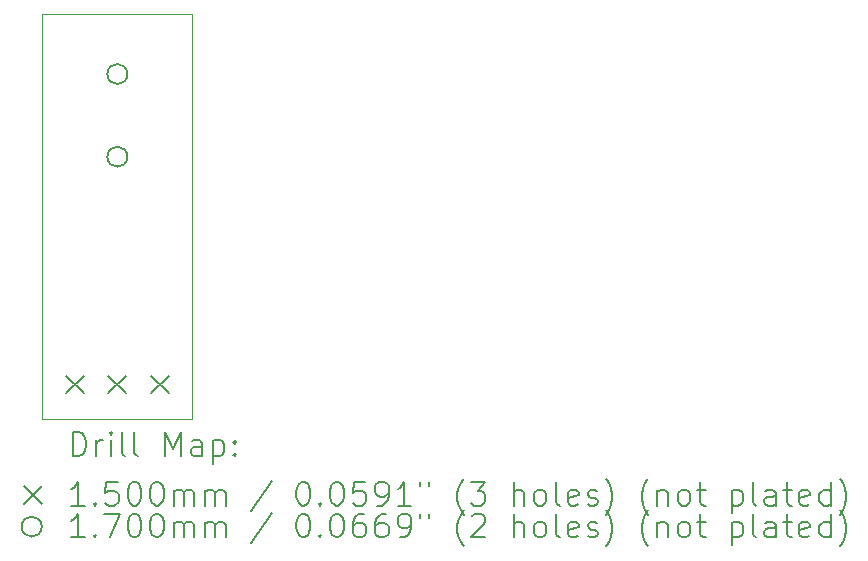
<source format=gbr>
%TF.GenerationSoftware,KiCad,Pcbnew,7.0.9*%
%TF.CreationDate,2023-12-20T10:12:58+01:00*%
%TF.ProjectId,DeHisser4IEM,44654869-7373-4657-9234-49454d2e6b69,rev?*%
%TF.SameCoordinates,PX77e7cd0PY40311b0*%
%TF.FileFunction,Drillmap*%
%TF.FilePolarity,Positive*%
%FSLAX45Y45*%
G04 Gerber Fmt 4.5, Leading zero omitted, Abs format (unit mm)*
G04 Created by KiCad (PCBNEW 7.0.9) date 2023-12-20 10:12:58*
%MOMM*%
%LPD*%
G01*
G04 APERTURE LIST*
%ADD10C,0.100000*%
%ADD11C,0.200000*%
%ADD12C,0.150000*%
%ADD13C,0.170000*%
G04 APERTURE END LIST*
D10*
X1270000Y0D02*
X0Y0D01*
X0Y3429000D01*
X1270000Y3429000D01*
X1270000Y0D01*
D11*
D12*
X200000Y364000D02*
X350000Y214000D01*
X350000Y364000D02*
X200000Y214000D01*
X560000Y364000D02*
X710000Y214000D01*
X710000Y364000D02*
X560000Y214000D01*
X920000Y364000D02*
X1070000Y214000D01*
X1070000Y364000D02*
X920000Y214000D01*
D13*
X720000Y2917000D02*
G75*
G03*
X720000Y2917000I-85000J0D01*
G01*
X720000Y2217000D02*
G75*
G03*
X720000Y2217000I-85000J0D01*
G01*
D11*
X255777Y-316484D02*
X255777Y-116484D01*
X255777Y-116484D02*
X303396Y-116484D01*
X303396Y-116484D02*
X331967Y-126008D01*
X331967Y-126008D02*
X351015Y-145055D01*
X351015Y-145055D02*
X360539Y-164103D01*
X360539Y-164103D02*
X370062Y-202198D01*
X370062Y-202198D02*
X370062Y-230769D01*
X370062Y-230769D02*
X360539Y-268865D01*
X360539Y-268865D02*
X351015Y-287912D01*
X351015Y-287912D02*
X331967Y-306960D01*
X331967Y-306960D02*
X303396Y-316484D01*
X303396Y-316484D02*
X255777Y-316484D01*
X455777Y-316484D02*
X455777Y-183150D01*
X455777Y-221246D02*
X465301Y-202198D01*
X465301Y-202198D02*
X474824Y-192674D01*
X474824Y-192674D02*
X493872Y-183150D01*
X493872Y-183150D02*
X512920Y-183150D01*
X579586Y-316484D02*
X579586Y-183150D01*
X579586Y-116484D02*
X570063Y-126008D01*
X570063Y-126008D02*
X579586Y-135531D01*
X579586Y-135531D02*
X589110Y-126008D01*
X589110Y-126008D02*
X579586Y-116484D01*
X579586Y-116484D02*
X579586Y-135531D01*
X703396Y-316484D02*
X684348Y-306960D01*
X684348Y-306960D02*
X674824Y-287912D01*
X674824Y-287912D02*
X674824Y-116484D01*
X808158Y-316484D02*
X789110Y-306960D01*
X789110Y-306960D02*
X779586Y-287912D01*
X779586Y-287912D02*
X779586Y-116484D01*
X1036729Y-316484D02*
X1036729Y-116484D01*
X1036729Y-116484D02*
X1103396Y-259341D01*
X1103396Y-259341D02*
X1170063Y-116484D01*
X1170063Y-116484D02*
X1170063Y-316484D01*
X1351015Y-316484D02*
X1351015Y-211722D01*
X1351015Y-211722D02*
X1341491Y-192674D01*
X1341491Y-192674D02*
X1322444Y-183150D01*
X1322444Y-183150D02*
X1284348Y-183150D01*
X1284348Y-183150D02*
X1265301Y-192674D01*
X1351015Y-306960D02*
X1331967Y-316484D01*
X1331967Y-316484D02*
X1284348Y-316484D01*
X1284348Y-316484D02*
X1265301Y-306960D01*
X1265301Y-306960D02*
X1255777Y-287912D01*
X1255777Y-287912D02*
X1255777Y-268865D01*
X1255777Y-268865D02*
X1265301Y-249817D01*
X1265301Y-249817D02*
X1284348Y-240293D01*
X1284348Y-240293D02*
X1331967Y-240293D01*
X1331967Y-240293D02*
X1351015Y-230769D01*
X1446253Y-183150D02*
X1446253Y-383150D01*
X1446253Y-192674D02*
X1465301Y-183150D01*
X1465301Y-183150D02*
X1503396Y-183150D01*
X1503396Y-183150D02*
X1522443Y-192674D01*
X1522443Y-192674D02*
X1531967Y-202198D01*
X1531967Y-202198D02*
X1541491Y-221246D01*
X1541491Y-221246D02*
X1541491Y-278389D01*
X1541491Y-278389D02*
X1531967Y-297436D01*
X1531967Y-297436D02*
X1522443Y-306960D01*
X1522443Y-306960D02*
X1503396Y-316484D01*
X1503396Y-316484D02*
X1465301Y-316484D01*
X1465301Y-316484D02*
X1446253Y-306960D01*
X1627205Y-297436D02*
X1636729Y-306960D01*
X1636729Y-306960D02*
X1627205Y-316484D01*
X1627205Y-316484D02*
X1617682Y-306960D01*
X1617682Y-306960D02*
X1627205Y-297436D01*
X1627205Y-297436D02*
X1627205Y-316484D01*
X1627205Y-192674D02*
X1636729Y-202198D01*
X1636729Y-202198D02*
X1627205Y-211722D01*
X1627205Y-211722D02*
X1617682Y-202198D01*
X1617682Y-202198D02*
X1627205Y-192674D01*
X1627205Y-192674D02*
X1627205Y-211722D01*
D12*
X-155000Y-570000D02*
X-5000Y-720000D01*
X-5000Y-570000D02*
X-155000Y-720000D01*
D11*
X360539Y-736484D02*
X246253Y-736484D01*
X303396Y-736484D02*
X303396Y-536484D01*
X303396Y-536484D02*
X284348Y-565055D01*
X284348Y-565055D02*
X265301Y-584103D01*
X265301Y-584103D02*
X246253Y-593627D01*
X446253Y-717436D02*
X455777Y-726960D01*
X455777Y-726960D02*
X446253Y-736484D01*
X446253Y-736484D02*
X436729Y-726960D01*
X436729Y-726960D02*
X446253Y-717436D01*
X446253Y-717436D02*
X446253Y-736484D01*
X636729Y-536484D02*
X541491Y-536484D01*
X541491Y-536484D02*
X531967Y-631722D01*
X531967Y-631722D02*
X541491Y-622198D01*
X541491Y-622198D02*
X560539Y-612674D01*
X560539Y-612674D02*
X608158Y-612674D01*
X608158Y-612674D02*
X627205Y-622198D01*
X627205Y-622198D02*
X636729Y-631722D01*
X636729Y-631722D02*
X646253Y-650770D01*
X646253Y-650770D02*
X646253Y-698389D01*
X646253Y-698389D02*
X636729Y-717436D01*
X636729Y-717436D02*
X627205Y-726960D01*
X627205Y-726960D02*
X608158Y-736484D01*
X608158Y-736484D02*
X560539Y-736484D01*
X560539Y-736484D02*
X541491Y-726960D01*
X541491Y-726960D02*
X531967Y-717436D01*
X770062Y-536484D02*
X789110Y-536484D01*
X789110Y-536484D02*
X808158Y-546008D01*
X808158Y-546008D02*
X817682Y-555531D01*
X817682Y-555531D02*
X827205Y-574579D01*
X827205Y-574579D02*
X836729Y-612674D01*
X836729Y-612674D02*
X836729Y-660293D01*
X836729Y-660293D02*
X827205Y-698389D01*
X827205Y-698389D02*
X817682Y-717436D01*
X817682Y-717436D02*
X808158Y-726960D01*
X808158Y-726960D02*
X789110Y-736484D01*
X789110Y-736484D02*
X770062Y-736484D01*
X770062Y-736484D02*
X751015Y-726960D01*
X751015Y-726960D02*
X741491Y-717436D01*
X741491Y-717436D02*
X731967Y-698389D01*
X731967Y-698389D02*
X722443Y-660293D01*
X722443Y-660293D02*
X722443Y-612674D01*
X722443Y-612674D02*
X731967Y-574579D01*
X731967Y-574579D02*
X741491Y-555531D01*
X741491Y-555531D02*
X751015Y-546008D01*
X751015Y-546008D02*
X770062Y-536484D01*
X960539Y-536484D02*
X979586Y-536484D01*
X979586Y-536484D02*
X998634Y-546008D01*
X998634Y-546008D02*
X1008158Y-555531D01*
X1008158Y-555531D02*
X1017682Y-574579D01*
X1017682Y-574579D02*
X1027205Y-612674D01*
X1027205Y-612674D02*
X1027205Y-660293D01*
X1027205Y-660293D02*
X1017682Y-698389D01*
X1017682Y-698389D02*
X1008158Y-717436D01*
X1008158Y-717436D02*
X998634Y-726960D01*
X998634Y-726960D02*
X979586Y-736484D01*
X979586Y-736484D02*
X960539Y-736484D01*
X960539Y-736484D02*
X941491Y-726960D01*
X941491Y-726960D02*
X931967Y-717436D01*
X931967Y-717436D02*
X922443Y-698389D01*
X922443Y-698389D02*
X912920Y-660293D01*
X912920Y-660293D02*
X912920Y-612674D01*
X912920Y-612674D02*
X922443Y-574579D01*
X922443Y-574579D02*
X931967Y-555531D01*
X931967Y-555531D02*
X941491Y-546008D01*
X941491Y-546008D02*
X960539Y-536484D01*
X1112920Y-736484D02*
X1112920Y-603150D01*
X1112920Y-622198D02*
X1122444Y-612674D01*
X1122444Y-612674D02*
X1141491Y-603150D01*
X1141491Y-603150D02*
X1170063Y-603150D01*
X1170063Y-603150D02*
X1189110Y-612674D01*
X1189110Y-612674D02*
X1198634Y-631722D01*
X1198634Y-631722D02*
X1198634Y-736484D01*
X1198634Y-631722D02*
X1208158Y-612674D01*
X1208158Y-612674D02*
X1227205Y-603150D01*
X1227205Y-603150D02*
X1255777Y-603150D01*
X1255777Y-603150D02*
X1274825Y-612674D01*
X1274825Y-612674D02*
X1284348Y-631722D01*
X1284348Y-631722D02*
X1284348Y-736484D01*
X1379586Y-736484D02*
X1379586Y-603150D01*
X1379586Y-622198D02*
X1389110Y-612674D01*
X1389110Y-612674D02*
X1408158Y-603150D01*
X1408158Y-603150D02*
X1436729Y-603150D01*
X1436729Y-603150D02*
X1455777Y-612674D01*
X1455777Y-612674D02*
X1465301Y-631722D01*
X1465301Y-631722D02*
X1465301Y-736484D01*
X1465301Y-631722D02*
X1474824Y-612674D01*
X1474824Y-612674D02*
X1493872Y-603150D01*
X1493872Y-603150D02*
X1522443Y-603150D01*
X1522443Y-603150D02*
X1541491Y-612674D01*
X1541491Y-612674D02*
X1551015Y-631722D01*
X1551015Y-631722D02*
X1551015Y-736484D01*
X1941491Y-526960D02*
X1770063Y-784103D01*
X2198634Y-536484D02*
X2217682Y-536484D01*
X2217682Y-536484D02*
X2236729Y-546008D01*
X2236729Y-546008D02*
X2246253Y-555531D01*
X2246253Y-555531D02*
X2255777Y-574579D01*
X2255777Y-574579D02*
X2265301Y-612674D01*
X2265301Y-612674D02*
X2265301Y-660293D01*
X2265301Y-660293D02*
X2255777Y-698389D01*
X2255777Y-698389D02*
X2246253Y-717436D01*
X2246253Y-717436D02*
X2236729Y-726960D01*
X2236729Y-726960D02*
X2217682Y-736484D01*
X2217682Y-736484D02*
X2198634Y-736484D01*
X2198634Y-736484D02*
X2179587Y-726960D01*
X2179587Y-726960D02*
X2170063Y-717436D01*
X2170063Y-717436D02*
X2160539Y-698389D01*
X2160539Y-698389D02*
X2151015Y-660293D01*
X2151015Y-660293D02*
X2151015Y-612674D01*
X2151015Y-612674D02*
X2160539Y-574579D01*
X2160539Y-574579D02*
X2170063Y-555531D01*
X2170063Y-555531D02*
X2179587Y-546008D01*
X2179587Y-546008D02*
X2198634Y-536484D01*
X2351015Y-717436D02*
X2360539Y-726960D01*
X2360539Y-726960D02*
X2351015Y-736484D01*
X2351015Y-736484D02*
X2341491Y-726960D01*
X2341491Y-726960D02*
X2351015Y-717436D01*
X2351015Y-717436D02*
X2351015Y-736484D01*
X2484348Y-536484D02*
X2503396Y-536484D01*
X2503396Y-536484D02*
X2522444Y-546008D01*
X2522444Y-546008D02*
X2531968Y-555531D01*
X2531968Y-555531D02*
X2541491Y-574579D01*
X2541491Y-574579D02*
X2551015Y-612674D01*
X2551015Y-612674D02*
X2551015Y-660293D01*
X2551015Y-660293D02*
X2541491Y-698389D01*
X2541491Y-698389D02*
X2531968Y-717436D01*
X2531968Y-717436D02*
X2522444Y-726960D01*
X2522444Y-726960D02*
X2503396Y-736484D01*
X2503396Y-736484D02*
X2484348Y-736484D01*
X2484348Y-736484D02*
X2465301Y-726960D01*
X2465301Y-726960D02*
X2455777Y-717436D01*
X2455777Y-717436D02*
X2446253Y-698389D01*
X2446253Y-698389D02*
X2436729Y-660293D01*
X2436729Y-660293D02*
X2436729Y-612674D01*
X2436729Y-612674D02*
X2446253Y-574579D01*
X2446253Y-574579D02*
X2455777Y-555531D01*
X2455777Y-555531D02*
X2465301Y-546008D01*
X2465301Y-546008D02*
X2484348Y-536484D01*
X2731968Y-536484D02*
X2636729Y-536484D01*
X2636729Y-536484D02*
X2627206Y-631722D01*
X2627206Y-631722D02*
X2636729Y-622198D01*
X2636729Y-622198D02*
X2655777Y-612674D01*
X2655777Y-612674D02*
X2703396Y-612674D01*
X2703396Y-612674D02*
X2722444Y-622198D01*
X2722444Y-622198D02*
X2731968Y-631722D01*
X2731968Y-631722D02*
X2741491Y-650770D01*
X2741491Y-650770D02*
X2741491Y-698389D01*
X2741491Y-698389D02*
X2731968Y-717436D01*
X2731968Y-717436D02*
X2722444Y-726960D01*
X2722444Y-726960D02*
X2703396Y-736484D01*
X2703396Y-736484D02*
X2655777Y-736484D01*
X2655777Y-736484D02*
X2636729Y-726960D01*
X2636729Y-726960D02*
X2627206Y-717436D01*
X2836729Y-736484D02*
X2874825Y-736484D01*
X2874825Y-736484D02*
X2893872Y-726960D01*
X2893872Y-726960D02*
X2903396Y-717436D01*
X2903396Y-717436D02*
X2922444Y-688865D01*
X2922444Y-688865D02*
X2931967Y-650770D01*
X2931967Y-650770D02*
X2931967Y-574579D01*
X2931967Y-574579D02*
X2922444Y-555531D01*
X2922444Y-555531D02*
X2912920Y-546008D01*
X2912920Y-546008D02*
X2893872Y-536484D01*
X2893872Y-536484D02*
X2855777Y-536484D01*
X2855777Y-536484D02*
X2836729Y-546008D01*
X2836729Y-546008D02*
X2827206Y-555531D01*
X2827206Y-555531D02*
X2817682Y-574579D01*
X2817682Y-574579D02*
X2817682Y-622198D01*
X2817682Y-622198D02*
X2827206Y-641246D01*
X2827206Y-641246D02*
X2836729Y-650770D01*
X2836729Y-650770D02*
X2855777Y-660293D01*
X2855777Y-660293D02*
X2893872Y-660293D01*
X2893872Y-660293D02*
X2912920Y-650770D01*
X2912920Y-650770D02*
X2922444Y-641246D01*
X2922444Y-641246D02*
X2931967Y-622198D01*
X3122444Y-736484D02*
X3008158Y-736484D01*
X3065301Y-736484D02*
X3065301Y-536484D01*
X3065301Y-536484D02*
X3046253Y-565055D01*
X3046253Y-565055D02*
X3027206Y-584103D01*
X3027206Y-584103D02*
X3008158Y-593627D01*
X3198634Y-536484D02*
X3198634Y-574579D01*
X3274825Y-536484D02*
X3274825Y-574579D01*
X3570063Y-812674D02*
X3560539Y-803150D01*
X3560539Y-803150D02*
X3541491Y-774579D01*
X3541491Y-774579D02*
X3531968Y-755531D01*
X3531968Y-755531D02*
X3522444Y-726960D01*
X3522444Y-726960D02*
X3512920Y-679341D01*
X3512920Y-679341D02*
X3512920Y-641246D01*
X3512920Y-641246D02*
X3522444Y-593627D01*
X3522444Y-593627D02*
X3531968Y-565055D01*
X3531968Y-565055D02*
X3541491Y-546008D01*
X3541491Y-546008D02*
X3560539Y-517436D01*
X3560539Y-517436D02*
X3570063Y-507912D01*
X3627206Y-536484D02*
X3751015Y-536484D01*
X3751015Y-536484D02*
X3684348Y-612674D01*
X3684348Y-612674D02*
X3712920Y-612674D01*
X3712920Y-612674D02*
X3731968Y-622198D01*
X3731968Y-622198D02*
X3741491Y-631722D01*
X3741491Y-631722D02*
X3751015Y-650770D01*
X3751015Y-650770D02*
X3751015Y-698389D01*
X3751015Y-698389D02*
X3741491Y-717436D01*
X3741491Y-717436D02*
X3731968Y-726960D01*
X3731968Y-726960D02*
X3712920Y-736484D01*
X3712920Y-736484D02*
X3655777Y-736484D01*
X3655777Y-736484D02*
X3636729Y-726960D01*
X3636729Y-726960D02*
X3627206Y-717436D01*
X3989110Y-736484D02*
X3989110Y-536484D01*
X4074825Y-736484D02*
X4074825Y-631722D01*
X4074825Y-631722D02*
X4065301Y-612674D01*
X4065301Y-612674D02*
X4046253Y-603150D01*
X4046253Y-603150D02*
X4017682Y-603150D01*
X4017682Y-603150D02*
X3998634Y-612674D01*
X3998634Y-612674D02*
X3989110Y-622198D01*
X4198634Y-736484D02*
X4179587Y-726960D01*
X4179587Y-726960D02*
X4170063Y-717436D01*
X4170063Y-717436D02*
X4160539Y-698389D01*
X4160539Y-698389D02*
X4160539Y-641246D01*
X4160539Y-641246D02*
X4170063Y-622198D01*
X4170063Y-622198D02*
X4179587Y-612674D01*
X4179587Y-612674D02*
X4198634Y-603150D01*
X4198634Y-603150D02*
X4227206Y-603150D01*
X4227206Y-603150D02*
X4246253Y-612674D01*
X4246253Y-612674D02*
X4255777Y-622198D01*
X4255777Y-622198D02*
X4265301Y-641246D01*
X4265301Y-641246D02*
X4265301Y-698389D01*
X4265301Y-698389D02*
X4255777Y-717436D01*
X4255777Y-717436D02*
X4246253Y-726960D01*
X4246253Y-726960D02*
X4227206Y-736484D01*
X4227206Y-736484D02*
X4198634Y-736484D01*
X4379587Y-736484D02*
X4360539Y-726960D01*
X4360539Y-726960D02*
X4351015Y-707912D01*
X4351015Y-707912D02*
X4351015Y-536484D01*
X4531968Y-726960D02*
X4512920Y-736484D01*
X4512920Y-736484D02*
X4474825Y-736484D01*
X4474825Y-736484D02*
X4455777Y-726960D01*
X4455777Y-726960D02*
X4446253Y-707912D01*
X4446253Y-707912D02*
X4446253Y-631722D01*
X4446253Y-631722D02*
X4455777Y-612674D01*
X4455777Y-612674D02*
X4474825Y-603150D01*
X4474825Y-603150D02*
X4512920Y-603150D01*
X4512920Y-603150D02*
X4531968Y-612674D01*
X4531968Y-612674D02*
X4541492Y-631722D01*
X4541492Y-631722D02*
X4541492Y-650770D01*
X4541492Y-650770D02*
X4446253Y-669817D01*
X4617682Y-726960D02*
X4636730Y-736484D01*
X4636730Y-736484D02*
X4674825Y-736484D01*
X4674825Y-736484D02*
X4693873Y-726960D01*
X4693873Y-726960D02*
X4703396Y-707912D01*
X4703396Y-707912D02*
X4703396Y-698389D01*
X4703396Y-698389D02*
X4693873Y-679341D01*
X4693873Y-679341D02*
X4674825Y-669817D01*
X4674825Y-669817D02*
X4646253Y-669817D01*
X4646253Y-669817D02*
X4627206Y-660293D01*
X4627206Y-660293D02*
X4617682Y-641246D01*
X4617682Y-641246D02*
X4617682Y-631722D01*
X4617682Y-631722D02*
X4627206Y-612674D01*
X4627206Y-612674D02*
X4646253Y-603150D01*
X4646253Y-603150D02*
X4674825Y-603150D01*
X4674825Y-603150D02*
X4693873Y-612674D01*
X4770063Y-812674D02*
X4779587Y-803150D01*
X4779587Y-803150D02*
X4798634Y-774579D01*
X4798634Y-774579D02*
X4808158Y-755531D01*
X4808158Y-755531D02*
X4817682Y-726960D01*
X4817682Y-726960D02*
X4827206Y-679341D01*
X4827206Y-679341D02*
X4827206Y-641246D01*
X4827206Y-641246D02*
X4817682Y-593627D01*
X4817682Y-593627D02*
X4808158Y-565055D01*
X4808158Y-565055D02*
X4798634Y-546008D01*
X4798634Y-546008D02*
X4779587Y-517436D01*
X4779587Y-517436D02*
X4770063Y-507912D01*
X5131968Y-812674D02*
X5122444Y-803150D01*
X5122444Y-803150D02*
X5103396Y-774579D01*
X5103396Y-774579D02*
X5093873Y-755531D01*
X5093873Y-755531D02*
X5084349Y-726960D01*
X5084349Y-726960D02*
X5074825Y-679341D01*
X5074825Y-679341D02*
X5074825Y-641246D01*
X5074825Y-641246D02*
X5084349Y-593627D01*
X5084349Y-593627D02*
X5093873Y-565055D01*
X5093873Y-565055D02*
X5103396Y-546008D01*
X5103396Y-546008D02*
X5122444Y-517436D01*
X5122444Y-517436D02*
X5131968Y-507912D01*
X5208158Y-603150D02*
X5208158Y-736484D01*
X5208158Y-622198D02*
X5217682Y-612674D01*
X5217682Y-612674D02*
X5236730Y-603150D01*
X5236730Y-603150D02*
X5265301Y-603150D01*
X5265301Y-603150D02*
X5284349Y-612674D01*
X5284349Y-612674D02*
X5293873Y-631722D01*
X5293873Y-631722D02*
X5293873Y-736484D01*
X5417682Y-736484D02*
X5398634Y-726960D01*
X5398634Y-726960D02*
X5389111Y-717436D01*
X5389111Y-717436D02*
X5379587Y-698389D01*
X5379587Y-698389D02*
X5379587Y-641246D01*
X5379587Y-641246D02*
X5389111Y-622198D01*
X5389111Y-622198D02*
X5398634Y-612674D01*
X5398634Y-612674D02*
X5417682Y-603150D01*
X5417682Y-603150D02*
X5446254Y-603150D01*
X5446254Y-603150D02*
X5465301Y-612674D01*
X5465301Y-612674D02*
X5474825Y-622198D01*
X5474825Y-622198D02*
X5484349Y-641246D01*
X5484349Y-641246D02*
X5484349Y-698389D01*
X5484349Y-698389D02*
X5474825Y-717436D01*
X5474825Y-717436D02*
X5465301Y-726960D01*
X5465301Y-726960D02*
X5446254Y-736484D01*
X5446254Y-736484D02*
X5417682Y-736484D01*
X5541492Y-603150D02*
X5617682Y-603150D01*
X5570063Y-536484D02*
X5570063Y-707912D01*
X5570063Y-707912D02*
X5579587Y-726960D01*
X5579587Y-726960D02*
X5598634Y-736484D01*
X5598634Y-736484D02*
X5617682Y-736484D01*
X5836730Y-603150D02*
X5836730Y-803150D01*
X5836730Y-612674D02*
X5855777Y-603150D01*
X5855777Y-603150D02*
X5893873Y-603150D01*
X5893873Y-603150D02*
X5912920Y-612674D01*
X5912920Y-612674D02*
X5922444Y-622198D01*
X5922444Y-622198D02*
X5931968Y-641246D01*
X5931968Y-641246D02*
X5931968Y-698389D01*
X5931968Y-698389D02*
X5922444Y-717436D01*
X5922444Y-717436D02*
X5912920Y-726960D01*
X5912920Y-726960D02*
X5893873Y-736484D01*
X5893873Y-736484D02*
X5855777Y-736484D01*
X5855777Y-736484D02*
X5836730Y-726960D01*
X6046253Y-736484D02*
X6027206Y-726960D01*
X6027206Y-726960D02*
X6017682Y-707912D01*
X6017682Y-707912D02*
X6017682Y-536484D01*
X6208158Y-736484D02*
X6208158Y-631722D01*
X6208158Y-631722D02*
X6198634Y-612674D01*
X6198634Y-612674D02*
X6179587Y-603150D01*
X6179587Y-603150D02*
X6141492Y-603150D01*
X6141492Y-603150D02*
X6122444Y-612674D01*
X6208158Y-726960D02*
X6189111Y-736484D01*
X6189111Y-736484D02*
X6141492Y-736484D01*
X6141492Y-736484D02*
X6122444Y-726960D01*
X6122444Y-726960D02*
X6112920Y-707912D01*
X6112920Y-707912D02*
X6112920Y-688865D01*
X6112920Y-688865D02*
X6122444Y-669817D01*
X6122444Y-669817D02*
X6141492Y-660293D01*
X6141492Y-660293D02*
X6189111Y-660293D01*
X6189111Y-660293D02*
X6208158Y-650770D01*
X6274825Y-603150D02*
X6351015Y-603150D01*
X6303396Y-536484D02*
X6303396Y-707912D01*
X6303396Y-707912D02*
X6312920Y-726960D01*
X6312920Y-726960D02*
X6331968Y-736484D01*
X6331968Y-736484D02*
X6351015Y-736484D01*
X6493873Y-726960D02*
X6474825Y-736484D01*
X6474825Y-736484D02*
X6436730Y-736484D01*
X6436730Y-736484D02*
X6417682Y-726960D01*
X6417682Y-726960D02*
X6408158Y-707912D01*
X6408158Y-707912D02*
X6408158Y-631722D01*
X6408158Y-631722D02*
X6417682Y-612674D01*
X6417682Y-612674D02*
X6436730Y-603150D01*
X6436730Y-603150D02*
X6474825Y-603150D01*
X6474825Y-603150D02*
X6493873Y-612674D01*
X6493873Y-612674D02*
X6503396Y-631722D01*
X6503396Y-631722D02*
X6503396Y-650770D01*
X6503396Y-650770D02*
X6408158Y-669817D01*
X6674825Y-736484D02*
X6674825Y-536484D01*
X6674825Y-726960D02*
X6655777Y-736484D01*
X6655777Y-736484D02*
X6617682Y-736484D01*
X6617682Y-736484D02*
X6598634Y-726960D01*
X6598634Y-726960D02*
X6589111Y-717436D01*
X6589111Y-717436D02*
X6579587Y-698389D01*
X6579587Y-698389D02*
X6579587Y-641246D01*
X6579587Y-641246D02*
X6589111Y-622198D01*
X6589111Y-622198D02*
X6598634Y-612674D01*
X6598634Y-612674D02*
X6617682Y-603150D01*
X6617682Y-603150D02*
X6655777Y-603150D01*
X6655777Y-603150D02*
X6674825Y-612674D01*
X6751015Y-812674D02*
X6760539Y-803150D01*
X6760539Y-803150D02*
X6779587Y-774579D01*
X6779587Y-774579D02*
X6789111Y-755531D01*
X6789111Y-755531D02*
X6798634Y-726960D01*
X6798634Y-726960D02*
X6808158Y-679341D01*
X6808158Y-679341D02*
X6808158Y-641246D01*
X6808158Y-641246D02*
X6798634Y-593627D01*
X6798634Y-593627D02*
X6789111Y-565055D01*
X6789111Y-565055D02*
X6779587Y-546008D01*
X6779587Y-546008D02*
X6760539Y-517436D01*
X6760539Y-517436D02*
X6751015Y-507912D01*
D13*
X-5000Y-915000D02*
G75*
G03*
X-5000Y-915000I-85000J0D01*
G01*
D11*
X360539Y-1006484D02*
X246253Y-1006484D01*
X303396Y-1006484D02*
X303396Y-806484D01*
X303396Y-806484D02*
X284348Y-835055D01*
X284348Y-835055D02*
X265301Y-854103D01*
X265301Y-854103D02*
X246253Y-863627D01*
X446253Y-987436D02*
X455777Y-996960D01*
X455777Y-996960D02*
X446253Y-1006484D01*
X446253Y-1006484D02*
X436729Y-996960D01*
X436729Y-996960D02*
X446253Y-987436D01*
X446253Y-987436D02*
X446253Y-1006484D01*
X522443Y-806484D02*
X655777Y-806484D01*
X655777Y-806484D02*
X570063Y-1006484D01*
X770062Y-806484D02*
X789110Y-806484D01*
X789110Y-806484D02*
X808158Y-816008D01*
X808158Y-816008D02*
X817682Y-825531D01*
X817682Y-825531D02*
X827205Y-844579D01*
X827205Y-844579D02*
X836729Y-882674D01*
X836729Y-882674D02*
X836729Y-930293D01*
X836729Y-930293D02*
X827205Y-968388D01*
X827205Y-968388D02*
X817682Y-987436D01*
X817682Y-987436D02*
X808158Y-996960D01*
X808158Y-996960D02*
X789110Y-1006484D01*
X789110Y-1006484D02*
X770062Y-1006484D01*
X770062Y-1006484D02*
X751015Y-996960D01*
X751015Y-996960D02*
X741491Y-987436D01*
X741491Y-987436D02*
X731967Y-968388D01*
X731967Y-968388D02*
X722443Y-930293D01*
X722443Y-930293D02*
X722443Y-882674D01*
X722443Y-882674D02*
X731967Y-844579D01*
X731967Y-844579D02*
X741491Y-825531D01*
X741491Y-825531D02*
X751015Y-816008D01*
X751015Y-816008D02*
X770062Y-806484D01*
X960539Y-806484D02*
X979586Y-806484D01*
X979586Y-806484D02*
X998634Y-816008D01*
X998634Y-816008D02*
X1008158Y-825531D01*
X1008158Y-825531D02*
X1017682Y-844579D01*
X1017682Y-844579D02*
X1027205Y-882674D01*
X1027205Y-882674D02*
X1027205Y-930293D01*
X1027205Y-930293D02*
X1017682Y-968388D01*
X1017682Y-968388D02*
X1008158Y-987436D01*
X1008158Y-987436D02*
X998634Y-996960D01*
X998634Y-996960D02*
X979586Y-1006484D01*
X979586Y-1006484D02*
X960539Y-1006484D01*
X960539Y-1006484D02*
X941491Y-996960D01*
X941491Y-996960D02*
X931967Y-987436D01*
X931967Y-987436D02*
X922443Y-968388D01*
X922443Y-968388D02*
X912920Y-930293D01*
X912920Y-930293D02*
X912920Y-882674D01*
X912920Y-882674D02*
X922443Y-844579D01*
X922443Y-844579D02*
X931967Y-825531D01*
X931967Y-825531D02*
X941491Y-816008D01*
X941491Y-816008D02*
X960539Y-806484D01*
X1112920Y-1006484D02*
X1112920Y-873150D01*
X1112920Y-892198D02*
X1122444Y-882674D01*
X1122444Y-882674D02*
X1141491Y-873150D01*
X1141491Y-873150D02*
X1170063Y-873150D01*
X1170063Y-873150D02*
X1189110Y-882674D01*
X1189110Y-882674D02*
X1198634Y-901722D01*
X1198634Y-901722D02*
X1198634Y-1006484D01*
X1198634Y-901722D02*
X1208158Y-882674D01*
X1208158Y-882674D02*
X1227205Y-873150D01*
X1227205Y-873150D02*
X1255777Y-873150D01*
X1255777Y-873150D02*
X1274825Y-882674D01*
X1274825Y-882674D02*
X1284348Y-901722D01*
X1284348Y-901722D02*
X1284348Y-1006484D01*
X1379586Y-1006484D02*
X1379586Y-873150D01*
X1379586Y-892198D02*
X1389110Y-882674D01*
X1389110Y-882674D02*
X1408158Y-873150D01*
X1408158Y-873150D02*
X1436729Y-873150D01*
X1436729Y-873150D02*
X1455777Y-882674D01*
X1455777Y-882674D02*
X1465301Y-901722D01*
X1465301Y-901722D02*
X1465301Y-1006484D01*
X1465301Y-901722D02*
X1474824Y-882674D01*
X1474824Y-882674D02*
X1493872Y-873150D01*
X1493872Y-873150D02*
X1522443Y-873150D01*
X1522443Y-873150D02*
X1541491Y-882674D01*
X1541491Y-882674D02*
X1551015Y-901722D01*
X1551015Y-901722D02*
X1551015Y-1006484D01*
X1941491Y-796960D02*
X1770063Y-1054103D01*
X2198634Y-806484D02*
X2217682Y-806484D01*
X2217682Y-806484D02*
X2236729Y-816008D01*
X2236729Y-816008D02*
X2246253Y-825531D01*
X2246253Y-825531D02*
X2255777Y-844579D01*
X2255777Y-844579D02*
X2265301Y-882674D01*
X2265301Y-882674D02*
X2265301Y-930293D01*
X2265301Y-930293D02*
X2255777Y-968388D01*
X2255777Y-968388D02*
X2246253Y-987436D01*
X2246253Y-987436D02*
X2236729Y-996960D01*
X2236729Y-996960D02*
X2217682Y-1006484D01*
X2217682Y-1006484D02*
X2198634Y-1006484D01*
X2198634Y-1006484D02*
X2179587Y-996960D01*
X2179587Y-996960D02*
X2170063Y-987436D01*
X2170063Y-987436D02*
X2160539Y-968388D01*
X2160539Y-968388D02*
X2151015Y-930293D01*
X2151015Y-930293D02*
X2151015Y-882674D01*
X2151015Y-882674D02*
X2160539Y-844579D01*
X2160539Y-844579D02*
X2170063Y-825531D01*
X2170063Y-825531D02*
X2179587Y-816008D01*
X2179587Y-816008D02*
X2198634Y-806484D01*
X2351015Y-987436D02*
X2360539Y-996960D01*
X2360539Y-996960D02*
X2351015Y-1006484D01*
X2351015Y-1006484D02*
X2341491Y-996960D01*
X2341491Y-996960D02*
X2351015Y-987436D01*
X2351015Y-987436D02*
X2351015Y-1006484D01*
X2484348Y-806484D02*
X2503396Y-806484D01*
X2503396Y-806484D02*
X2522444Y-816008D01*
X2522444Y-816008D02*
X2531968Y-825531D01*
X2531968Y-825531D02*
X2541491Y-844579D01*
X2541491Y-844579D02*
X2551015Y-882674D01*
X2551015Y-882674D02*
X2551015Y-930293D01*
X2551015Y-930293D02*
X2541491Y-968388D01*
X2541491Y-968388D02*
X2531968Y-987436D01*
X2531968Y-987436D02*
X2522444Y-996960D01*
X2522444Y-996960D02*
X2503396Y-1006484D01*
X2503396Y-1006484D02*
X2484348Y-1006484D01*
X2484348Y-1006484D02*
X2465301Y-996960D01*
X2465301Y-996960D02*
X2455777Y-987436D01*
X2455777Y-987436D02*
X2446253Y-968388D01*
X2446253Y-968388D02*
X2436729Y-930293D01*
X2436729Y-930293D02*
X2436729Y-882674D01*
X2436729Y-882674D02*
X2446253Y-844579D01*
X2446253Y-844579D02*
X2455777Y-825531D01*
X2455777Y-825531D02*
X2465301Y-816008D01*
X2465301Y-816008D02*
X2484348Y-806484D01*
X2722444Y-806484D02*
X2684348Y-806484D01*
X2684348Y-806484D02*
X2665301Y-816008D01*
X2665301Y-816008D02*
X2655777Y-825531D01*
X2655777Y-825531D02*
X2636729Y-854103D01*
X2636729Y-854103D02*
X2627206Y-892198D01*
X2627206Y-892198D02*
X2627206Y-968388D01*
X2627206Y-968388D02*
X2636729Y-987436D01*
X2636729Y-987436D02*
X2646253Y-996960D01*
X2646253Y-996960D02*
X2665301Y-1006484D01*
X2665301Y-1006484D02*
X2703396Y-1006484D01*
X2703396Y-1006484D02*
X2722444Y-996960D01*
X2722444Y-996960D02*
X2731968Y-987436D01*
X2731968Y-987436D02*
X2741491Y-968388D01*
X2741491Y-968388D02*
X2741491Y-920769D01*
X2741491Y-920769D02*
X2731968Y-901722D01*
X2731968Y-901722D02*
X2722444Y-892198D01*
X2722444Y-892198D02*
X2703396Y-882674D01*
X2703396Y-882674D02*
X2665301Y-882674D01*
X2665301Y-882674D02*
X2646253Y-892198D01*
X2646253Y-892198D02*
X2636729Y-901722D01*
X2636729Y-901722D02*
X2627206Y-920769D01*
X2912920Y-806484D02*
X2874825Y-806484D01*
X2874825Y-806484D02*
X2855777Y-816008D01*
X2855777Y-816008D02*
X2846253Y-825531D01*
X2846253Y-825531D02*
X2827206Y-854103D01*
X2827206Y-854103D02*
X2817682Y-892198D01*
X2817682Y-892198D02*
X2817682Y-968388D01*
X2817682Y-968388D02*
X2827206Y-987436D01*
X2827206Y-987436D02*
X2836729Y-996960D01*
X2836729Y-996960D02*
X2855777Y-1006484D01*
X2855777Y-1006484D02*
X2893872Y-1006484D01*
X2893872Y-1006484D02*
X2912920Y-996960D01*
X2912920Y-996960D02*
X2922444Y-987436D01*
X2922444Y-987436D02*
X2931967Y-968388D01*
X2931967Y-968388D02*
X2931967Y-920769D01*
X2931967Y-920769D02*
X2922444Y-901722D01*
X2922444Y-901722D02*
X2912920Y-892198D01*
X2912920Y-892198D02*
X2893872Y-882674D01*
X2893872Y-882674D02*
X2855777Y-882674D01*
X2855777Y-882674D02*
X2836729Y-892198D01*
X2836729Y-892198D02*
X2827206Y-901722D01*
X2827206Y-901722D02*
X2817682Y-920769D01*
X3027206Y-1006484D02*
X3065301Y-1006484D01*
X3065301Y-1006484D02*
X3084348Y-996960D01*
X3084348Y-996960D02*
X3093872Y-987436D01*
X3093872Y-987436D02*
X3112920Y-958865D01*
X3112920Y-958865D02*
X3122444Y-920769D01*
X3122444Y-920769D02*
X3122444Y-844579D01*
X3122444Y-844579D02*
X3112920Y-825531D01*
X3112920Y-825531D02*
X3103396Y-816008D01*
X3103396Y-816008D02*
X3084348Y-806484D01*
X3084348Y-806484D02*
X3046253Y-806484D01*
X3046253Y-806484D02*
X3027206Y-816008D01*
X3027206Y-816008D02*
X3017682Y-825531D01*
X3017682Y-825531D02*
X3008158Y-844579D01*
X3008158Y-844579D02*
X3008158Y-892198D01*
X3008158Y-892198D02*
X3017682Y-911246D01*
X3017682Y-911246D02*
X3027206Y-920769D01*
X3027206Y-920769D02*
X3046253Y-930293D01*
X3046253Y-930293D02*
X3084348Y-930293D01*
X3084348Y-930293D02*
X3103396Y-920769D01*
X3103396Y-920769D02*
X3112920Y-911246D01*
X3112920Y-911246D02*
X3122444Y-892198D01*
X3198634Y-806484D02*
X3198634Y-844579D01*
X3274825Y-806484D02*
X3274825Y-844579D01*
X3570063Y-1082674D02*
X3560539Y-1073150D01*
X3560539Y-1073150D02*
X3541491Y-1044579D01*
X3541491Y-1044579D02*
X3531968Y-1025531D01*
X3531968Y-1025531D02*
X3522444Y-996960D01*
X3522444Y-996960D02*
X3512920Y-949341D01*
X3512920Y-949341D02*
X3512920Y-911246D01*
X3512920Y-911246D02*
X3522444Y-863627D01*
X3522444Y-863627D02*
X3531968Y-835055D01*
X3531968Y-835055D02*
X3541491Y-816008D01*
X3541491Y-816008D02*
X3560539Y-787436D01*
X3560539Y-787436D02*
X3570063Y-777912D01*
X3636729Y-825531D02*
X3646253Y-816008D01*
X3646253Y-816008D02*
X3665301Y-806484D01*
X3665301Y-806484D02*
X3712920Y-806484D01*
X3712920Y-806484D02*
X3731968Y-816008D01*
X3731968Y-816008D02*
X3741491Y-825531D01*
X3741491Y-825531D02*
X3751015Y-844579D01*
X3751015Y-844579D02*
X3751015Y-863627D01*
X3751015Y-863627D02*
X3741491Y-892198D01*
X3741491Y-892198D02*
X3627206Y-1006484D01*
X3627206Y-1006484D02*
X3751015Y-1006484D01*
X3989110Y-1006484D02*
X3989110Y-806484D01*
X4074825Y-1006484D02*
X4074825Y-901722D01*
X4074825Y-901722D02*
X4065301Y-882674D01*
X4065301Y-882674D02*
X4046253Y-873150D01*
X4046253Y-873150D02*
X4017682Y-873150D01*
X4017682Y-873150D02*
X3998634Y-882674D01*
X3998634Y-882674D02*
X3989110Y-892198D01*
X4198634Y-1006484D02*
X4179587Y-996960D01*
X4179587Y-996960D02*
X4170063Y-987436D01*
X4170063Y-987436D02*
X4160539Y-968388D01*
X4160539Y-968388D02*
X4160539Y-911246D01*
X4160539Y-911246D02*
X4170063Y-892198D01*
X4170063Y-892198D02*
X4179587Y-882674D01*
X4179587Y-882674D02*
X4198634Y-873150D01*
X4198634Y-873150D02*
X4227206Y-873150D01*
X4227206Y-873150D02*
X4246253Y-882674D01*
X4246253Y-882674D02*
X4255777Y-892198D01*
X4255777Y-892198D02*
X4265301Y-911246D01*
X4265301Y-911246D02*
X4265301Y-968388D01*
X4265301Y-968388D02*
X4255777Y-987436D01*
X4255777Y-987436D02*
X4246253Y-996960D01*
X4246253Y-996960D02*
X4227206Y-1006484D01*
X4227206Y-1006484D02*
X4198634Y-1006484D01*
X4379587Y-1006484D02*
X4360539Y-996960D01*
X4360539Y-996960D02*
X4351015Y-977912D01*
X4351015Y-977912D02*
X4351015Y-806484D01*
X4531968Y-996960D02*
X4512920Y-1006484D01*
X4512920Y-1006484D02*
X4474825Y-1006484D01*
X4474825Y-1006484D02*
X4455777Y-996960D01*
X4455777Y-996960D02*
X4446253Y-977912D01*
X4446253Y-977912D02*
X4446253Y-901722D01*
X4446253Y-901722D02*
X4455777Y-882674D01*
X4455777Y-882674D02*
X4474825Y-873150D01*
X4474825Y-873150D02*
X4512920Y-873150D01*
X4512920Y-873150D02*
X4531968Y-882674D01*
X4531968Y-882674D02*
X4541492Y-901722D01*
X4541492Y-901722D02*
X4541492Y-920769D01*
X4541492Y-920769D02*
X4446253Y-939817D01*
X4617682Y-996960D02*
X4636730Y-1006484D01*
X4636730Y-1006484D02*
X4674825Y-1006484D01*
X4674825Y-1006484D02*
X4693873Y-996960D01*
X4693873Y-996960D02*
X4703396Y-977912D01*
X4703396Y-977912D02*
X4703396Y-968388D01*
X4703396Y-968388D02*
X4693873Y-949341D01*
X4693873Y-949341D02*
X4674825Y-939817D01*
X4674825Y-939817D02*
X4646253Y-939817D01*
X4646253Y-939817D02*
X4627206Y-930293D01*
X4627206Y-930293D02*
X4617682Y-911246D01*
X4617682Y-911246D02*
X4617682Y-901722D01*
X4617682Y-901722D02*
X4627206Y-882674D01*
X4627206Y-882674D02*
X4646253Y-873150D01*
X4646253Y-873150D02*
X4674825Y-873150D01*
X4674825Y-873150D02*
X4693873Y-882674D01*
X4770063Y-1082674D02*
X4779587Y-1073150D01*
X4779587Y-1073150D02*
X4798634Y-1044579D01*
X4798634Y-1044579D02*
X4808158Y-1025531D01*
X4808158Y-1025531D02*
X4817682Y-996960D01*
X4817682Y-996960D02*
X4827206Y-949341D01*
X4827206Y-949341D02*
X4827206Y-911246D01*
X4827206Y-911246D02*
X4817682Y-863627D01*
X4817682Y-863627D02*
X4808158Y-835055D01*
X4808158Y-835055D02*
X4798634Y-816008D01*
X4798634Y-816008D02*
X4779587Y-787436D01*
X4779587Y-787436D02*
X4770063Y-777912D01*
X5131968Y-1082674D02*
X5122444Y-1073150D01*
X5122444Y-1073150D02*
X5103396Y-1044579D01*
X5103396Y-1044579D02*
X5093873Y-1025531D01*
X5093873Y-1025531D02*
X5084349Y-996960D01*
X5084349Y-996960D02*
X5074825Y-949341D01*
X5074825Y-949341D02*
X5074825Y-911246D01*
X5074825Y-911246D02*
X5084349Y-863627D01*
X5084349Y-863627D02*
X5093873Y-835055D01*
X5093873Y-835055D02*
X5103396Y-816008D01*
X5103396Y-816008D02*
X5122444Y-787436D01*
X5122444Y-787436D02*
X5131968Y-777912D01*
X5208158Y-873150D02*
X5208158Y-1006484D01*
X5208158Y-892198D02*
X5217682Y-882674D01*
X5217682Y-882674D02*
X5236730Y-873150D01*
X5236730Y-873150D02*
X5265301Y-873150D01*
X5265301Y-873150D02*
X5284349Y-882674D01*
X5284349Y-882674D02*
X5293873Y-901722D01*
X5293873Y-901722D02*
X5293873Y-1006484D01*
X5417682Y-1006484D02*
X5398634Y-996960D01*
X5398634Y-996960D02*
X5389111Y-987436D01*
X5389111Y-987436D02*
X5379587Y-968388D01*
X5379587Y-968388D02*
X5379587Y-911246D01*
X5379587Y-911246D02*
X5389111Y-892198D01*
X5389111Y-892198D02*
X5398634Y-882674D01*
X5398634Y-882674D02*
X5417682Y-873150D01*
X5417682Y-873150D02*
X5446254Y-873150D01*
X5446254Y-873150D02*
X5465301Y-882674D01*
X5465301Y-882674D02*
X5474825Y-892198D01*
X5474825Y-892198D02*
X5484349Y-911246D01*
X5484349Y-911246D02*
X5484349Y-968388D01*
X5484349Y-968388D02*
X5474825Y-987436D01*
X5474825Y-987436D02*
X5465301Y-996960D01*
X5465301Y-996960D02*
X5446254Y-1006484D01*
X5446254Y-1006484D02*
X5417682Y-1006484D01*
X5541492Y-873150D02*
X5617682Y-873150D01*
X5570063Y-806484D02*
X5570063Y-977912D01*
X5570063Y-977912D02*
X5579587Y-996960D01*
X5579587Y-996960D02*
X5598634Y-1006484D01*
X5598634Y-1006484D02*
X5617682Y-1006484D01*
X5836730Y-873150D02*
X5836730Y-1073150D01*
X5836730Y-882674D02*
X5855777Y-873150D01*
X5855777Y-873150D02*
X5893873Y-873150D01*
X5893873Y-873150D02*
X5912920Y-882674D01*
X5912920Y-882674D02*
X5922444Y-892198D01*
X5922444Y-892198D02*
X5931968Y-911246D01*
X5931968Y-911246D02*
X5931968Y-968388D01*
X5931968Y-968388D02*
X5922444Y-987436D01*
X5922444Y-987436D02*
X5912920Y-996960D01*
X5912920Y-996960D02*
X5893873Y-1006484D01*
X5893873Y-1006484D02*
X5855777Y-1006484D01*
X5855777Y-1006484D02*
X5836730Y-996960D01*
X6046253Y-1006484D02*
X6027206Y-996960D01*
X6027206Y-996960D02*
X6017682Y-977912D01*
X6017682Y-977912D02*
X6017682Y-806484D01*
X6208158Y-1006484D02*
X6208158Y-901722D01*
X6208158Y-901722D02*
X6198634Y-882674D01*
X6198634Y-882674D02*
X6179587Y-873150D01*
X6179587Y-873150D02*
X6141492Y-873150D01*
X6141492Y-873150D02*
X6122444Y-882674D01*
X6208158Y-996960D02*
X6189111Y-1006484D01*
X6189111Y-1006484D02*
X6141492Y-1006484D01*
X6141492Y-1006484D02*
X6122444Y-996960D01*
X6122444Y-996960D02*
X6112920Y-977912D01*
X6112920Y-977912D02*
X6112920Y-958865D01*
X6112920Y-958865D02*
X6122444Y-939817D01*
X6122444Y-939817D02*
X6141492Y-930293D01*
X6141492Y-930293D02*
X6189111Y-930293D01*
X6189111Y-930293D02*
X6208158Y-920769D01*
X6274825Y-873150D02*
X6351015Y-873150D01*
X6303396Y-806484D02*
X6303396Y-977912D01*
X6303396Y-977912D02*
X6312920Y-996960D01*
X6312920Y-996960D02*
X6331968Y-1006484D01*
X6331968Y-1006484D02*
X6351015Y-1006484D01*
X6493873Y-996960D02*
X6474825Y-1006484D01*
X6474825Y-1006484D02*
X6436730Y-1006484D01*
X6436730Y-1006484D02*
X6417682Y-996960D01*
X6417682Y-996960D02*
X6408158Y-977912D01*
X6408158Y-977912D02*
X6408158Y-901722D01*
X6408158Y-901722D02*
X6417682Y-882674D01*
X6417682Y-882674D02*
X6436730Y-873150D01*
X6436730Y-873150D02*
X6474825Y-873150D01*
X6474825Y-873150D02*
X6493873Y-882674D01*
X6493873Y-882674D02*
X6503396Y-901722D01*
X6503396Y-901722D02*
X6503396Y-920769D01*
X6503396Y-920769D02*
X6408158Y-939817D01*
X6674825Y-1006484D02*
X6674825Y-806484D01*
X6674825Y-996960D02*
X6655777Y-1006484D01*
X6655777Y-1006484D02*
X6617682Y-1006484D01*
X6617682Y-1006484D02*
X6598634Y-996960D01*
X6598634Y-996960D02*
X6589111Y-987436D01*
X6589111Y-987436D02*
X6579587Y-968388D01*
X6579587Y-968388D02*
X6579587Y-911246D01*
X6579587Y-911246D02*
X6589111Y-892198D01*
X6589111Y-892198D02*
X6598634Y-882674D01*
X6598634Y-882674D02*
X6617682Y-873150D01*
X6617682Y-873150D02*
X6655777Y-873150D01*
X6655777Y-873150D02*
X6674825Y-882674D01*
X6751015Y-1082674D02*
X6760539Y-1073150D01*
X6760539Y-1073150D02*
X6779587Y-1044579D01*
X6779587Y-1044579D02*
X6789111Y-1025531D01*
X6789111Y-1025531D02*
X6798634Y-996960D01*
X6798634Y-996960D02*
X6808158Y-949341D01*
X6808158Y-949341D02*
X6808158Y-911246D01*
X6808158Y-911246D02*
X6798634Y-863627D01*
X6798634Y-863627D02*
X6789111Y-835055D01*
X6789111Y-835055D02*
X6779587Y-816008D01*
X6779587Y-816008D02*
X6760539Y-787436D01*
X6760539Y-787436D02*
X6751015Y-777912D01*
M02*

</source>
